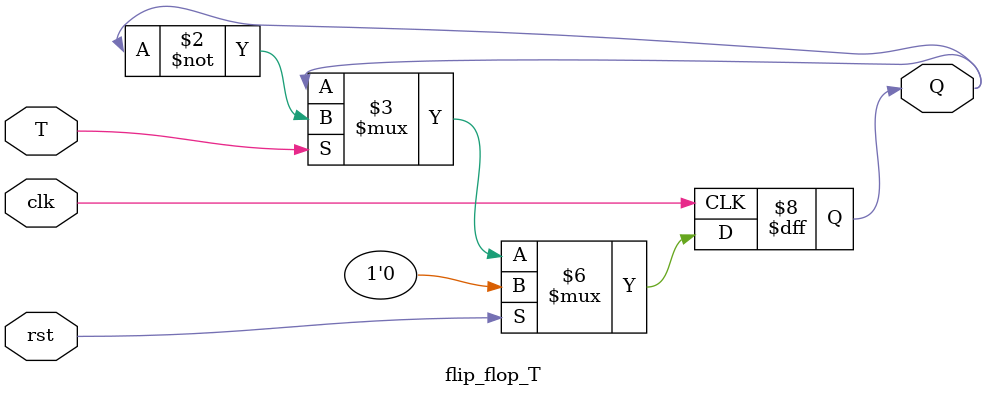
<source format=v>
module flip_flop_T(
	input clk,
	input rst,
	input T,
	output reg Q
);

	always @(posedge clk)begin
		if(rst)
			Q <= 0;
		else if(T)
			Q <= ~Q;
	end
endmodule
	
</source>
